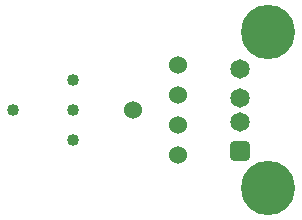
<source format=gbr>
G04 #@! TF.GenerationSoftware,KiCad,Pcbnew,8.0.6*
G04 #@! TF.CreationDate,2025-01-19T08:52:11-05:00*
G04 #@! TF.ProjectId,usbabrkout,75736261-6272-46b6-9f75-742e6b696361,v1.0.0*
G04 #@! TF.SameCoordinates,Original*
G04 #@! TF.FileFunction,Copper,L4,Bot*
G04 #@! TF.FilePolarity,Positive*
%FSLAX46Y46*%
G04 Gerber Fmt 4.6, Leading zero omitted, Abs format (unit mm)*
G04 Created by KiCad (PCBNEW 8.0.6) date 2025-01-19 08:52:11*
%MOMM*%
%LPD*%
G01*
G04 APERTURE LIST*
G04 Aperture macros list*
%AMRoundRect*
0 Rectangle with rounded corners*
0 $1 Rounding radius*
0 $2 $3 $4 $5 $6 $7 $8 $9 X,Y pos of 4 corners*
0 Add a 4 corners polygon primitive as box body*
4,1,4,$2,$3,$4,$5,$6,$7,$8,$9,$2,$3,0*
0 Add four circle primitives for the rounded corners*
1,1,$1+$1,$2,$3*
1,1,$1+$1,$4,$5*
1,1,$1+$1,$6,$7*
1,1,$1+$1,$8,$9*
0 Add four rect primitives between the rounded corners*
20,1,$1+$1,$2,$3,$4,$5,0*
20,1,$1+$1,$4,$5,$6,$7,0*
20,1,$1+$1,$6,$7,$8,$9,0*
20,1,$1+$1,$8,$9,$2,$3,0*%
G04 Aperture macros list end*
G04 #@! TA.AperFunction,ComponentPad*
%ADD10RoundRect,0.250000X0.575500X-0.575500X0.575500X0.575500X-0.575500X0.575500X-0.575500X-0.575500X0*%
G04 #@! TD*
G04 #@! TA.AperFunction,ComponentPad*
%ADD11C,1.651000*%
G04 #@! TD*
G04 #@! TA.AperFunction,ComponentPad*
%ADD12C,4.600000*%
G04 #@! TD*
G04 #@! TA.AperFunction,ComponentPad*
%ADD13C,1.016000*%
G04 #@! TD*
G04 #@! TA.AperFunction,ComponentPad*
%ADD14C,1.524000*%
G04 #@! TD*
G04 #@! TA.AperFunction,ViaPad*
%ADD15C,1.524000*%
G04 #@! TD*
G04 APERTURE END LIST*
D10*
X148750000Y-105100000D03*
D11*
X148750000Y-102600000D03*
X148750000Y-100600000D03*
X148750000Y-98100000D03*
D12*
X151080000Y-108170000D03*
X151080000Y-95030000D03*
D13*
X129540000Y-101600000D03*
X134620000Y-101600000D03*
X134620000Y-99060000D03*
X134620000Y-104140000D03*
D14*
X143510000Y-105410000D03*
X143510000Y-102870000D03*
X143510000Y-100330000D03*
X143510000Y-97790000D03*
D15*
X139700000Y-101600000D03*
M02*

</source>
